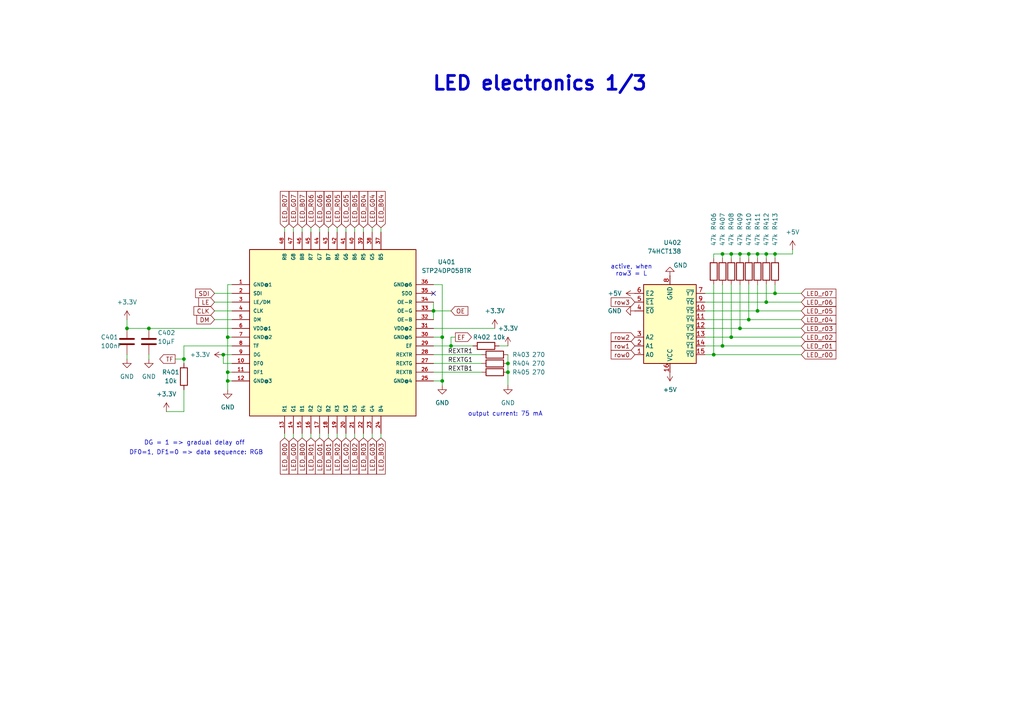
<source format=kicad_sch>
(kicad_sch (version 20231120) (generator "eeschema") (generator_version "8.0")
  (paper "A4")
  (title_block (title "RS64c") (date "2025-01-12") (rev "Rev 1") (company "Ludwin Monz") (comment 1 "you may not use the material for commercial purposes.") (comment 2 "you may use non-commercially, adapt, share alike ") (comment 3 "https://creativecommons.org/licenses/by-nc-sa/4.0/") (comment 4 "License: Creative Commons Attribution-Non-Commercial (CC BY-NC-SA)"))
  (lib_symbols
    (symbol "+5V_2" (power) (pin_numbers hide) (pin_names (offset 0) hide)
      (property "Value" "+5V" (at 0 3.556 0))
      (symbol "+5V_2_0_1"
        (polyline (pts (xy -0.762 1.27) (xy 0 2.54)))
        (polyline (pts (xy 0 0) (xy 0 2.54)))
        (polyline (pts (xy 0 2.54) (xy 0.762 1.27)))
      )
      (symbol "+5V_2_1_1"
        (pin power_in line (at 0 0 90) (length 0) (name "~") (number "1"))
      )
    )
    (symbol "74xx:74HCT138"
      (property "Reference" "U" (at -7.62 13.97 0))
      (property "Value" "74HCT138" (at 2.54 -11.43 0))
      (symbol "74HCT138_0_1"
        (rectangle (start -7.62 12.7) (end 7.62 -10.16) (stroke (width 0.254)) (fill (type background)))
      )
      (symbol "74HCT138_1_1"
        (pin input line (at -10.16 10.16 0) (length 2.54) (name "A0") (number "1"))
        (pin output line (at 10.16 -2.54 180) (length 2.54) (name "~{Y5}") (number "10"))
        (pin output line (at 10.16 0 180) (length 2.54) (name "~{Y4}") (number "11"))
        (pin output line (at 10.16 2.54 180) (length 2.54) (name "~{Y3}") (number "12"))
        (pin output line (at 10.16 5.08 180) (length 2.54) (name "~{Y2}") (number "13"))
        (pin output line (at 10.16 7.62 180) (length 2.54) (name "~{Y1}") (number "14"))
        (pin output line (at 10.16 10.16 180) (length 2.54) (name "~{Y0}") (number "15"))
        (pin power_in line (at 0 15.24 270) (length 2.54) (name "VCC") (number "16"))
        (pin input line (at -10.16 7.62 0) (length 2.54) (name "A1") (number "2"))
        (pin input line (at -10.16 5.08 0) (length 2.54) (name "A2") (number "3"))
        (pin input line (at -10.16 -2.54 0) (length 2.54) (name "~{E0}") (number "4"))
        (pin input line (at -10.16 -5.08 0) (length 2.54) (name "~{E1}") (number "5"))
        (pin input line (at -10.16 -7.62 0) (length 2.54) (name "E2") (number "6"))
        (pin output line (at 10.16 -7.62 180) (length 2.54) (name "~{Y7}") (number "7"))
        (pin power_in line (at 0 -12.7 90) (length 2.54) (name "GND") (number "8"))
        (pin output line (at 10.16 -5.08 180) (length 2.54) (name "~{Y6}") (number "9"))
      )
    )
    (symbol "Device:C" (pin_numbers hide) (pin_names (offset 0.254))
      (property "Reference" "C" (at 0.635 2.54 0))
      (property "Value" "C" (at 0.635 -2.54 0))
      (symbol "C_0_1"
        (polyline (pts (xy -2.032 -0.762) (xy 2.032 -0.762)) (stroke (width 0.508)))
        (polyline (pts (xy -2.032 0.762) (xy 2.032 0.762)) (stroke (width 0.508)))
      )
      (symbol "C_1_1"
        (pin passive line (at 0 3.81 270) (length 2.794) (name "~") (number "1"))
        (pin passive line (at 0 -3.81 90) (length 2.794) (name "~") (number "2"))
      )
    )
    (symbol "Device:R" (pin_numbers hide) (pin_names (offset 0))
      (property "Reference" "R" (at 2.032 0 90))
      (property "Value" "R" (at 0 0 90))
      (symbol "R_0_1"
        (rectangle (start -1.016 -2.54) (end 1.016 2.54) (stroke (width 0.254)))
      )
      (symbol "R_1_1"
        (pin passive line (at 0 3.81 270) (length 1.27) (name "~") (number "1"))
        (pin passive line (at 0 -3.81 90) (length 1.27) (name "~") (number "2"))
      )
    )
    (symbol "GND_3" (power) (pin_numbers hide) (pin_names (offset 0) hide)
      (property "Value" "GND" (at 0 -3.81 0))
      (symbol "GND_3_0_1"
        (polyline (pts (xy 0 0) (xy 0 -1.27) (xy 1.27 -1.27) (xy 0 -2.54) (xy -1.27 -1.27) (xy 0 -1.27)))
      )
      (symbol "GND_3_1_1"
        (pin power_in line (at 0 0 270) (length 0) (name "~") (number "1"))
      )
    )
    (symbol "STP24DP05BTR:STP24DP05BTR" (pin_names (offset 1.016))
      (property "Reference" "IC" (at -5.08 15.24 0))
      (property "Value" "STP24DP05BTR" (at -5.08 12.7 0))
      (symbol "STP24DP05BTR_0_0"
        (rectangle (start 5.08 -38.1) (end 53.34 10.16) (stroke (width 0.254)) (fill (type background)))
        (pin bidirectional line (at 0 0 0) (length 5.08) (name "GND@1") (number "1"))
        (pin bidirectional line (at 0 -22.86 0) (length 5.08) (name "DF0") (number "10"))
        (pin bidirectional line (at 0 -25.4 0) (length 5.08) (name "DF1") (number "11"))
        (pin bidirectional line (at 0 -27.94 0) (length 5.08) (name "GND@3") (number "12"))
        (pin bidirectional line (at 15.24 -43.18 90) (length 5.08) (name "R1") (number "13"))
        (pin bidirectional line (at 17.78 -43.18 90) (length 5.08) (name "G1") (number "14"))
        (pin bidirectional line (at 20.32 -43.18 90) (length 5.08) (name "B1") (number "15"))
        (pin bidirectional line (at 22.86 -43.18 90) (length 5.08) (name "R2") (number "16"))
        (pin bidirectional line (at 25.4 -43.18 90) (length 5.08) (name "G2") (number "17"))
        (pin bidirectional line (at 27.94 -43.18 90) (length 5.08) (name "B2") (number "18"))
        (pin bidirectional line (at 30.48 -43.18 90) (length 5.08) (name "R3") (number "19"))
        (pin bidirectional line (at 0 -2.54 0) (length 5.08) (name "SDI") (number "2"))
        (pin bidirectional line (at 33.02 -43.18 90) (length 5.08) (name "G3") (number "20"))
        (pin bidirectional line (at 35.56 -43.18 90) (length 5.08) (name "B3") (number "21"))
        (pin bidirectional line (at 38.1 -43.18 90) (length 5.08) (name "R4") (number "22"))
        (pin bidirectional line (at 40.64 -43.18 90) (length 5.08) (name "G4") (number "23"))
        (pin bidirectional line (at 43.18 -43.18 90) (length 5.08) (name "B4") (number "24"))
        (pin bidirectional line (at 58.42 -27.94 180) (length 5.08) (name "GND@4") (number "25"))
        (pin bidirectional line (at 58.42 -25.4 180) (length 5.08) (name "REXTB") (number "26"))
        (pin bidirectional line (at 58.42 -22.86 180) (length 5.08) (name "REXTG") (number "27"))
        (pin bidirectional line (at 58.42 -20.32 180) (length 5.08) (name "REXTR") (number "28"))
        (pin bidirectional line (at 58.42 -17.78 180) (length 5.08) (name "EF") (number "29"))
        (pin bidirectional line (at 0 -5.08 0) (length 5.08) (name "LE/DM") (number "3"))
        (pin bidirectional line (at 58.42 -15.24 180) (length 5.08) (name "GND@5") (number "30"))
        (pin bidirectional line (at 58.42 -12.7 180) (length 5.08) (name "VDD@2") (number "31"))
        (pin bidirectional line (at 58.42 -10.16 180) (length 5.08) (name "OE-B") (number "32"))
        (pin bidirectional line (at 58.42 -7.62 180) (length 5.08) (name "OE-G") (number "33"))
        (pin bidirectional line (at 58.42 -5.08 180) (length 5.08) (name "OE-R") (number "34"))
        (pin bidirectional line (at 58.42 -2.54 180) (length 5.08) (name "SDO") (number "35"))
        (pin bidirectional line (at 58.42 0 180) (length 5.08) (name "GND@6") (number "36"))
        (pin bidirectional line (at 43.18 15.24 270) (length 5.08) (name "B5") (number "37"))
        (pin bidirectional line (at 40.64 15.24 270) (length 5.08) (name "G5") (number "38"))
        (pin bidirectional line (at 38.1 15.24 270) (length 5.08) (name "R5") (number "39"))
        (pin bidirectional line (at 0 -7.62 0) (length 5.08) (name "CLK") (number "4"))
        (pin bidirectional line (at 35.56 15.24 270) (length 5.08) (name "B6") (number "40"))
        (pin bidirectional line (at 33.02 15.24 270) (length 5.08) (name "G6") (number "41"))
        (pin bidirectional line (at 30.48 15.24 270) (length 5.08) (name "R6") (number "42"))
        (pin bidirectional line (at 27.94 15.24 270) (length 5.08) (name "B7") (number "43"))
        (pin bidirectional line (at 25.4 15.24 270) (length 5.08) (name "G7") (number "44"))
        (pin bidirectional line (at 22.86 15.24 270) (length 5.08) (name "R7") (number "45"))
        (pin bidirectional line (at 20.32 15.24 270) (length 5.08) (name "B8") (number "46"))
        (pin bidirectional line (at 17.78 15.24 270) (length 5.08) (name "G8") (number "47"))
        (pin bidirectional line (at 15.24 15.24 270) (length 5.08) (name "R8") (number "48"))
        (pin bidirectional line (at 0 -10.16 0) (length 5.08) (name "DM") (number "5"))
        (pin bidirectional line (at 0 -12.7 0) (length 5.08) (name "VDD@1") (number "6"))
        (pin bidirectional line (at 0 -15.24 0) (length 5.08) (name "GND@2") (number "7"))
        (pin bidirectional line (at 0 -17.78 0) (length 5.08) (name "TF") (number "8"))
        (pin bidirectional line (at 0 -20.32 0) (length 5.08) (name "DG") (number "9"))
      )
    )
    (symbol "power:+3.3V" (power) (pin_names (offset 0))
      (property "Value" "+3.3V" (at 0 3.556 0))
      (symbol "+3.3V_0_1"
        (polyline (pts (xy -0.762 1.27) (xy 0 2.54)))
        (polyline (pts (xy 0 0) (xy 0 2.54)))
        (polyline (pts (xy 0 2.54) (xy 0.762 1.27)))
      )
      (symbol "+3.3V_1_1"
        (pin power_in line (at 0 0 90) (length 0) hide (name "+3.3V") (number "1"))
      )
    )
    (symbol "power:+5V" (power) (pin_numbers hide) (pin_names (offset 0) hide)
      (property "Value" "+5V" (at 0 3.556 0))
      (symbol "+5V_0_1"
        (polyline (pts (xy -0.762 1.27) (xy 0 2.54)))
        (polyline (pts (xy 0 0) (xy 0 2.54)))
        (polyline (pts (xy 0 2.54) (xy 0.762 1.27)))
      )
      (symbol "+5V_1_1"
        (pin power_in line (at 0 0 90) (length 0) (name "~") (number "1"))
      )
    )
    (symbol "power:GND" (power) (pin_names (offset 0))
      (property "Value" "GND" (at 0 -3.81 0))
      (symbol "GND_0_1"
        (polyline (pts (xy 0 0) (xy 0 -1.27) (xy 1.27 -1.27) (xy 0 -2.54) (xy -1.27 -1.27) (xy 0 -1.27)))
      )
      (symbol "GND_1_1"
        (pin power_in line (at 0 0 270) (length 0) hide (name "GND") (number "1"))
      )
    )
  )
  (junction (at 147.32 105.41))
  (junction (at 207.01 102.87))
  (junction (at 217.17 92.71))
  (junction (at 212.09 97.79))
  (junction (at 209.55 100.33))
  (junction (at 212.09 73.66))
  (junction (at 219.71 90.17))
  (junction (at 214.63 95.25))
  (junction (at 224.79 85.09))
  (junction (at 53.34 104.14))
  (junction (at 66.04 97.79))
  (junction (at 128.27 110.49))
  (junction (at 128.27 97.79))
  (junction (at 36.83 95.25))
  (junction (at 130.81 100.33))
  (junction (at 214.63 73.66))
  (junction (at 66.04 110.49))
  (junction (at 209.55 73.66))
  (junction (at 217.17 73.66))
  (junction (at 224.79 73.66))
  (junction (at 66.04 107.95))
  (junction (at 43.18 95.25))
  (junction (at 125.73 90.17))
  (junction (at 147.32 107.95))
  (junction (at 219.71 73.66))
  (junction (at 222.25 73.66))
  (junction (at 64.77 102.87))
  (junction (at 222.25 87.63))
  (no_connect (at 125.73 85.09))
  (wire (pts (xy 90.17 66.04) (xy 90.17 67.31)))
  (wire (pts (xy 125.73 90.17) (xy 130.81 90.17)))
  (wire (pts (xy 209.55 73.66) (xy 212.09 73.66)))
  (wire (pts (xy 222.25 87.63) (xy 232.41 87.63)))
  (wire (pts (xy 62.23 87.63) (xy 67.31 87.63)))
  (wire (pts (xy 204.47 92.71) (xy 217.17 92.71)))
  (wire (pts (xy 130.81 97.79) (xy 130.81 100.33)))
  (wire (pts (xy 43.18 95.25) (xy 67.31 95.25)))
  (wire (pts (xy 222.25 73.66) (xy 224.79 73.66)))
  (wire (pts (xy 110.49 125.73) (xy 110.49 127)))
  (wire (pts (xy 82.55 125.73) (xy 82.55 127)))
  (wire (pts (xy 87.63 125.73) (xy 87.63 127)))
  (wire (pts (xy 125.73 90.17) (xy 125.73 92.71)))
  (wire (pts (xy 204.47 87.63) (xy 222.25 87.63)))
  (wire (pts (xy 62.23 92.71) (xy 67.31 92.71)))
  (wire (pts (xy 128.27 97.79) (xy 128.27 110.49)))
  (wire (pts (xy 82.55 66.04) (xy 82.55 67.31)))
  (wire (pts (xy 214.63 95.25) (xy 232.41 95.25)))
  (wire (pts (xy 130.81 100.33) (xy 137.16 100.33)))
  (wire (pts (xy 212.09 97.79) (xy 232.41 97.79)))
  (wire (pts (xy 212.09 73.66) (xy 212.09 74.93)))
  (wire (pts (xy 105.41 125.73) (xy 105.41 127)))
  (wire (pts (xy 66.04 82.55) (xy 66.04 97.79)))
  (wire (pts (xy 214.63 73.66) (xy 214.63 74.93)))
  (wire (pts (xy 209.55 73.66) (xy 209.55 74.93)))
  (wire (pts (xy 209.55 82.55) (xy 209.55 100.33)))
  (wire (pts (xy 217.17 73.66) (xy 219.71 73.66)))
  (wire (pts (xy 128.27 110.49) (xy 125.73 110.49)))
  (wire (pts (xy 147.32 107.95) (xy 147.32 111.76)))
  (wire (pts (xy 132.08 97.79) (xy 130.81 97.79)))
  (wire (pts (xy 85.09 125.73) (xy 85.09 127)))
  (wire (pts (xy 53.34 104.14) (xy 53.34 105.41)))
  (wire (pts (xy 214.63 82.55) (xy 214.63 95.25)))
  (wire (pts (xy 92.71 66.04) (xy 92.71 67.31)))
  (wire (pts (xy 36.83 95.25) (xy 43.18 95.25)))
  (wire (pts (xy 125.73 100.33) (xy 130.81 100.33)))
  (wire (pts (xy 219.71 73.66) (xy 219.71 74.93)))
  (wire (pts (xy 229.87 73.66) (xy 229.87 72.39)))
  (wire (pts (xy 97.79 125.73) (xy 97.79 127)))
  (wire (pts (xy 224.79 85.09) (xy 232.41 85.09)))
  (wire (pts (xy 217.17 73.66) (xy 217.17 74.93)))
  (wire (pts (xy 50.8 104.14) (xy 53.34 104.14)))
  (wire (pts (xy 110.49 66.04) (xy 110.49 67.31)))
  (wire (pts (xy 214.63 73.66) (xy 217.17 73.66)))
  (wire (pts (xy 67.31 100.33) (xy 53.34 100.33)))
  (wire (pts (xy 95.25 125.73) (xy 95.25 127)))
  (wire (pts (xy 64.77 105.41) (xy 64.77 102.87)))
  (wire (pts (xy 204.47 90.17) (xy 219.71 90.17)))
  (wire (pts (xy 147.32 105.41) (xy 147.32 107.95)))
  (wire (pts (xy 67.31 82.55) (xy 66.04 82.55)))
  (wire (pts (xy 128.27 82.55) (xy 128.27 97.79)))
  (wire (pts (xy 66.04 97.79) (xy 67.31 97.79)))
  (wire (pts (xy 100.33 66.04) (xy 100.33 67.31)))
  (wire (pts (xy 128.27 110.49) (xy 128.27 111.76)))
  (wire (pts (xy 107.95 66.04) (xy 107.95 67.31)))
  (wire (pts (xy 66.04 110.49) (xy 66.04 113.03)))
  (wire (pts (xy 204.47 100.33) (xy 209.55 100.33)))
  (wire (pts (xy 219.71 82.55) (xy 219.71 90.17)))
  (wire (pts (xy 209.55 100.33) (xy 232.41 100.33)))
  (wire (pts (xy 97.79 66.04) (xy 97.79 67.31)))
  (wire (pts (xy 212.09 73.66) (xy 214.63 73.66)))
  (wire (pts (xy 125.73 87.63) (xy 125.73 90.17)))
  (wire (pts (xy 100.33 125.73) (xy 100.33 127)))
  (wire (pts (xy 36.83 92.71) (xy 36.83 95.25)))
  (wire (pts (xy 64.77 102.87) (xy 67.31 102.87)))
  (wire (pts (xy 125.73 95.25) (xy 143.51 95.25)))
  (wire (pts (xy 125.73 107.95) (xy 139.7 107.95)))
  (wire (pts (xy 107.95 125.73) (xy 107.95 127)))
  (wire (pts (xy 53.34 100.33) (xy 53.34 104.14)))
  (wire (pts (xy 66.04 110.49) (xy 67.31 110.49)))
  (wire (pts (xy 224.79 73.66) (xy 224.79 74.93)))
  (wire (pts (xy 219.71 73.66) (xy 222.25 73.66)))
  (wire (pts (xy 204.47 97.79) (xy 212.09 97.79)))
  (wire (pts (xy 222.25 82.55) (xy 222.25 87.63)))
  (wire (pts (xy 207.01 82.55) (xy 207.01 102.87)))
  (wire (pts (xy 207.01 73.66) (xy 209.55 73.66)))
  (wire (pts (xy 219.71 90.17) (xy 232.41 90.17)))
  (wire (pts (xy 48.26 119.38) (xy 53.34 119.38)))
  (wire (pts (xy 36.83 102.87) (xy 36.83 104.14)))
  (wire (pts (xy 67.31 105.41) (xy 64.77 105.41)))
  (wire (pts (xy 147.32 102.87) (xy 147.32 105.41)))
  (wire (pts (xy 204.47 85.09) (xy 224.79 85.09)))
  (wire (pts (xy 102.87 66.04) (xy 102.87 67.31)))
  (wire (pts (xy 102.87 125.73) (xy 102.87 127)))
  (wire (pts (xy 125.73 105.41) (xy 139.7 105.41)))
  (wire (pts (xy 62.23 90.17) (xy 67.31 90.17)))
  (wire (pts (xy 207.01 102.87) (xy 232.41 102.87)))
  (wire (pts (xy 125.73 102.87) (xy 139.7 102.87)))
  (wire (pts (xy 224.79 73.66) (xy 229.87 73.66)))
  (wire (pts (xy 144.78 100.33) (xy 147.32 100.33)))
  (wire (pts (xy 125.73 82.55) (xy 128.27 82.55)))
  (wire (pts (xy 212.09 82.55) (xy 212.09 97.79)))
  (wire (pts (xy 66.04 107.95) (xy 67.31 107.95)))
  (wire (pts (xy 87.63 66.04) (xy 87.63 67.31)))
  (wire (pts (xy 224.79 82.55) (xy 224.79 85.09)))
  (wire (pts (xy 95.25 66.04) (xy 95.25 67.31)))
  (wire (pts (xy 217.17 82.55) (xy 217.17 92.71)))
  (wire (pts (xy 204.47 95.25) (xy 214.63 95.25)))
  (wire (pts (xy 207.01 74.93) (xy 207.01 73.66)))
  (wire (pts (xy 85.09 66.04) (xy 85.09 67.31)))
  (wire (pts (xy 53.34 119.38) (xy 53.34 113.03)))
  (wire (pts (xy 66.04 107.95) (xy 66.04 110.49)))
  (wire (pts (xy 128.27 97.79) (xy 125.73 97.79)))
  (wire (pts (xy 92.71 125.73) (xy 92.71 127)))
  (wire (pts (xy 222.25 73.66) (xy 222.25 74.93)))
  (wire (pts (xy 66.04 97.79) (xy 66.04 107.95)))
  (wire (pts (xy 105.41 66.04) (xy 105.41 67.31)))
  (wire (pts (xy 90.17 125.73) (xy 90.17 127)))
  (wire (pts (xy 43.18 102.87) (xy 43.18 104.14)))
  (wire (pts (xy 204.47 102.87) (xy 207.01 102.87)))
  (wire (pts (xy 62.23 85.09) (xy 67.31 85.09)))
  (wire (pts (xy 217.17 92.71) (xy 232.41 92.71)))
  (text "DG = 1 => gradual delay off" (at 56.388 128.524 0) (effects (font (size 1.27 1.27))))
  (text "DF0=1, DF1=0 => data sequence: RGB" (at 56.896 131.318 0) (effects (font (size 1.27 1.27))))
  (text "output current: 75 mA" (at 146.558 120.142 0) (effects (font (size 1.27 1.27))))
  (text "LED electronics 1/3" (at 187.96 26.67 0) (effects (font (size 4 4) (thickness 0.8) (bold yes)) (justify right bottom)))
  (text "active, when\nrow3 = L" (at 183.134 78.486 0) (effects (font (size 1.27 1.27))))
  (label "REXTB1" (at 137.16 107.95 180))
  (label "REXTR1" (at 137.16 102.87 180))
  (label "REXTG1" (at 137.16 105.41 180))
  (global_label "LED_r05" (shape input) (at 232.41 90.17 0) (property "Intersheetrefs" "${INTERSHEET_REFS}" (effects (hide yes))))
  (global_label "LED_G07" (shape input) (at 85.09 66.04 90) (property "Intersheetrefs" "${INTERSHEET_REFS}" (effects (hide yes))))
  (global_label "LED_r07" (shape input) (at 232.41 85.09 0) (property "Intersheetrefs" "${INTERSHEET_REFS}" (effects (hide yes))))
  (global_label "LED_B00" (shape input) (at 87.63 127 270) (property "Intersheetrefs" "${INTERSHEET_REFS}" (effects (hide yes))))
  (global_label "TF" (shape output) (at 50.8 104.14 180) (property "Intersheetrefs" "${INTERSHEET_REFS}" (effects (hide yes))))
  (global_label "LED_R03" (shape input) (at 105.41 127 270) (property "Intersheetrefs" "${INTERSHEET_REFS}" (effects (hide yes))))
  (global_label "LED_R04" (shape input) (at 105.41 66.04 90) (property "Intersheetrefs" "${INTERSHEET_REFS}" (effects (hide yes))))
  (global_label "row2" (shape input) (at 184.15 97.79 180) (property "Intersheetrefs" "${INTERSHEET_REFS}" (effects (hide yes))))
  (global_label "LED_G03" (shape input) (at 107.95 127 270) (property "Intersheetrefs" "${INTERSHEET_REFS}" (effects (hide yes))))
  (global_label "LED_B04" (shape input) (at 110.49 66.04 90) (property "Intersheetrefs" "${INTERSHEET_REFS}" (effects (hide yes))))
  (global_label "LED_G05" (shape input) (at 100.33 66.04 90) (property "Intersheetrefs" "${INTERSHEET_REFS}" (effects (hide yes))))
  (global_label "LED_B01" (shape input) (at 95.25 127 270) (property "Intersheetrefs" "${INTERSHEET_REFS}" (effects (hide yes))))
  (global_label "row3" (shape input) (at 184.15 87.63 180) (property "Intersheetrefs" "${INTERSHEET_REFS}" (effects (hide yes))))
  (global_label "LED_B02" (shape input) (at 102.87 127 270) (property "Intersheetrefs" "${INTERSHEET_REFS}" (effects (hide yes))))
  (global_label "LED_G06" (shape input) (at 92.71 66.04 90) (property "Intersheetrefs" "${INTERSHEET_REFS}" (effects (hide yes))))
  (global_label "LED_r00" (shape input) (at 232.41 102.87 0) (property "Intersheetrefs" "${INTERSHEET_REFS}" (effects (hide yes))))
  (global_label "LED_G00" (shape input) (at 85.09 127 270) (property "Intersheetrefs" "${INTERSHEET_REFS}" (effects (hide yes))))
  (global_label "LED_R01" (shape input) (at 90.17 127 270) (property "Intersheetrefs" "${INTERSHEET_REFS}" (effects (hide yes))))
  (global_label "LED_R02" (shape input) (at 97.79 127 270) (property "Intersheetrefs" "${INTERSHEET_REFS}" (effects (hide yes))))
  (global_label "LED_B05" (shape input) (at 102.87 66.04 90) (property "Intersheetrefs" "${INTERSHEET_REFS}" (effects (hide yes))))
  (global_label "LED_r06" (shape input) (at 232.41 87.63 0) (property "Intersheetrefs" "${INTERSHEET_REFS}" (effects (hide yes))))
  (global_label "LED_r04" (shape input) (at 232.41 92.71 0) (property "Intersheetrefs" "${INTERSHEET_REFS}" (effects (hide yes))))
  (global_label "LED_r03" (shape input) (at 232.41 95.25 0) (property "Intersheetrefs" "${INTERSHEET_REFS}" (effects (hide yes))))
  (global_label "SDI" (shape input) (at 62.23 85.09 180) (property "Intersheetrefs" "${INTERSHEET_REFS}" (effects (hide yes))))
  (global_label "LE" (shape input) (at 62.23 87.63 180) (property "Intersheetrefs" "${INTERSHEET_REFS}" (effects (hide yes))))
  (global_label "LED_R07" (shape input) (at 82.55 66.04 90) (property "Intersheetrefs" "${INTERSHEET_REFS}" (effects (hide yes))))
  (global_label "LED_B07" (shape input) (at 87.63 66.04 90) (property "Intersheetrefs" "${INTERSHEET_REFS}" (effects (hide yes))))
  (global_label "LED_r01" (shape input) (at 232.41 100.33 0) (property "Intersheetrefs" "${INTERSHEET_REFS}" (effects (hide yes))))
  (global_label "LED_G04" (shape input) (at 107.95 66.04 90) (property "Intersheetrefs" "${INTERSHEET_REFS}" (effects (hide yes))))
  (global_label "LED_r02" (shape input) (at 232.41 97.79 0) (property "Intersheetrefs" "${INTERSHEET_REFS}" (effects (hide yes))))
  (global_label "LED_G02" (shape input) (at 100.33 127 270) (property "Intersheetrefs" "${INTERSHEET_REFS}" (effects (hide yes))))
  (global_label "LED_R00" (shape input) (at 82.55 127 270) (property "Intersheetrefs" "${INTERSHEET_REFS}" (effects (hide yes))))
  (global_label "row1" (shape input) (at 184.15 100.33 180) (property "Intersheetrefs" "${INTERSHEET_REFS}" (effects (hide yes))))
  (global_label "CLK" (shape input) (at 62.23 90.17 180) (property "Intersheetrefs" "${INTERSHEET_REFS}" (effects (hide yes))))
  (global_label "row0" (shape input) (at 184.15 102.87 180) (property "Intersheetrefs" "${INTERSHEET_REFS}" (effects (hide yes))))
  (global_label "LED_G01" (shape input) (at 92.71 127 270) (property "Intersheetrefs" "${INTERSHEET_REFS}" (effects (hide yes))))
  (global_label "DM" (shape input) (at 62.23 92.71 180) (property "Intersheetrefs" "${INTERSHEET_REFS}" (effects (hide yes))))
  (global_label "LED_B03" (shape input) (at 110.49 127 270) (property "Intersheetrefs" "${INTERSHEET_REFS}" (effects (hide yes))))
  (global_label "EF" (shape output) (at 132.08 97.79 0) (property "Intersheetrefs" "${INTERSHEET_REFS}" (effects (hide yes))))
  (global_label "OE" (shape input) (at 130.81 90.17 0) (property "Intersheetrefs" "${INTERSHEET_REFS}" (effects (hide yes))))
  (global_label "LED_R05" (shape input) (at 97.79 66.04 90) (property "Intersheetrefs" "${INTERSHEET_REFS}" (effects (hide yes))))
  (global_label "LED_B06" (shape input) (at 95.25 66.04 90) (property "Intersheetrefs" "${INTERSHEET_REFS}" (effects (hide yes))))
  (global_label "LED_R06" (shape input) (at 90.17 66.04 90) (property "Intersheetrefs" "${INTERSHEET_REFS}" (effects (hide yes))))
  (symbol (lib_id "Device:R") (at 217.17 78.74 0) (unit 1)
    (property "Reference" "R410" (at 217.17 66.802 90) (effects (justify left)))
    (property "Value" "47k" (at 217.17 71.374 90) (effects (justify left)))
    (property "Footprint" "Resistor_SMD:R_0402_1005Metric" (effects (hide yes)))
    (property "Description" "Resistor" (effects (hide yes)))
    (property "LCSC" "C25792" (effects (hide yes)))
  )
  (symbol (lib_id "Device:R") (at 143.51 102.87 90) (unit 1)
    (property "Reference" "R403" (at 151.13 102.87 90))
    (property "Value" "270" (at 156.21 102.87 90))
    (property "Footprint" "Resistor_SMD:R_0402_1005Metric" (effects (hide yes)))
    (property "LCSC" "C25099" (effects (hide yes)))
  )
  (symbol (lib_id "Device:R") (at 207.01 78.74 0) (unit 1)
    (property "Reference" "R406" (at 207.01 66.802 90) (effects (justify left)))
    (property "Value" "47k" (at 207.01 71.374 90) (effects (justify left)))
    (property "Footprint" "Resistor_SMD:R_0402_1005Metric" (effects (hide yes)))
    (property "Description" "Resistor" (effects (hide yes)))
    (property "LCSC" "C25792" (effects (hide yes)))
  )
  (symbol (lib_id "Device:R") (at 212.09 78.74 0) (unit 1)
    (property "Reference" "R408" (at 212.09 66.802 90) (effects (justify left)))
    (property "Value" "47k" (at 212.09 71.374 90) (effects (justify left)))
    (property "Footprint" "Resistor_SMD:R_0402_1005Metric" (effects (hide yes)))
    (property "Description" "Resistor" (effects (hide yes)))
    (property "LCSC" "C25792" (effects (hide yes)))
  )
  (symbol (lib_id "power:GND") (at 128.27 111.76 0) (unit 1)
    (property "Reference" "#PWR0407" (effects (hide yes)))
    (property "Value" "GND" (at 128.27 116.84 0))
  )
  (symbol (lib_id "power:+3.3V") (at 143.51 95.25 0) (unit 1)
    (property "Reference" "#PWR0408" (effects (hide yes)))
    (property "Value" "+3.3V" (at 143.51 90.17 0))
  )
  (symbol (lib_id "power:+5V") (at 229.87 72.39 0) (unit 1)
    (property "Reference" "#PWR0415" (effects (hide yes)))
    (property "Value" "+5V" (at 229.87 67.31 0))
    (property "Description" "Power symbol creates a global label with name \"+5V\"" (effects (hide yes)))
  )
  (symbol (lib_name "+5V_2") (lib_id "power:+5V") (at 194.31 107.95 0) (mirror x) (unit 1)
    (property "Reference" "#PWR0412" (effects (hide yes)))
    (property "Value" "+5V" (at 194.31 113.03 0))
    (property "Description" "Power symbol creates a global label with name \"+5V\"" (effects (hide yes)))
  )
  (symbol (lib_id "power:GND") (at 36.83 104.14 0) (unit 1)
    (property "Reference" "#PWR0402" (effects (hide yes)))
    (property "Value" "GND" (at 36.83 109.22 0))
  )
  (symbol (lib_id "Device:R") (at 209.55 78.74 0) (unit 1)
    (property "Reference" "R407" (at 209.55 66.802 90) (effects (justify left)))
    (property "Value" "47k" (at 209.55 71.374 90) (effects (justify left)))
    (property "Footprint" "Resistor_SMD:R_0402_1005Metric" (effects (hide yes)))
    (property "Description" "Resistor" (effects (hide yes)))
    (property "LCSC" "C25792" (effects (hide yes)))
  )
  (symbol (lib_name "GND_3") (lib_id "power:GND") (at 194.31 80.01 0) (mirror x) (unit 1)
    (property "Reference" "#PWR0411" (effects (hide yes)))
    (property "Value" "GND" (at 197.358 76.962 0))
    (property "Description" "Power symbol creates a global label with name \"GND\" , ground" (effects (hide yes)))
  )
  (symbol (lib_id "Device:R") (at 143.51 107.95 90) (unit 1)
    (property "Reference" "R405" (at 151.13 107.95 90))
    (property "Value" "270" (at 156.21 107.95 90))
    (property "Footprint" "Resistor_SMD:R_0402_1005Metric" (effects (hide yes)))
    (property "LCSC" "C25099" (effects (hide yes)))
  )
  (symbol (lib_id "power:GND") (at 66.04 113.03 0) (unit 1)
    (property "Reference" "#PWR0406" (effects (hide yes)))
    (property "Value" "GND" (at 66.04 118.11 0))
  )
  (symbol (lib_id "power:GND") (at 43.18 104.14 0) (unit 1)
    (property "Reference" "#PWR0403" (effects (hide yes)))
    (property "Value" "GND" (at 43.18 109.22 0))
  )
  (symbol (lib_name "+5V_2") (lib_id "power:+5V") (at 184.15 85.09 90) (mirror x) (unit 1)
    (property "Reference" "#PWR0413" (effects (hide yes)))
    (property "Value" "+5V" (at 180.34 85.0899 90) (effects (justify left)))
    (property "Description" "Power symbol creates a global label with name \"+5V\"" (effects (hide yes)))
  )
  (symbol (lib_id "power:+3.3V") (at 48.26 119.38 0) (unit 1)
    (property "Reference" "#PWR0404" (effects (hide yes)))
    (property "Value" "+3.3V" (at 48.26 114.3 0))
  )
  (symbol (lib_id "Device:R") (at 219.71 78.74 0) (unit 1)
    (property "Reference" "R411" (at 219.71 66.802 90) (effects (justify left)))
    (property "Value" "47k" (at 219.71 71.374 90) (effects (justify left)))
    (property "Footprint" "Resistor_SMD:R_0402_1005Metric" (effects (hide yes)))
    (property "Description" "Resistor" (effects (hide yes)))
    (property "LCSC" "C25792" (effects (hide yes)))
  )
  (symbol (lib_id "power:+3.3V") (at 64.77 102.87 90) (unit 1)
    (property "Reference" "#PWR0405" (effects (hide yes)))
    (property "Value" "+3.3V" (at 60.96 102.87 90) (effects (justify left)))
  )
  (symbol (lib_id "Device:C") (at 43.18 99.06 0) (unit 1)
    (property "Reference" "C402" (at 45.72 96.52 0) (effects (justify left)))
    (property "Value" "10µF" (at 45.72 99.06 0) (effects (justify left)))
    (property "Footprint" "Capacitor_SMD:C_0603_1608Metric" (effects (hide yes)))
    (property "LCSC" "C96446" (effects (hide yes)))
  )
  (symbol (lib_id "power:+3.3V") (at 147.32 100.33 0) (unit 1)
    (property "Reference" "#PWR0409" (effects (hide yes)))
    (property "Value" "+3.3V" (at 147.32 95.25 0))
  )
  (symbol (lib_id "Device:R") (at 143.51 105.41 90) (unit 1)
    (property "Reference" "R404" (at 151.13 105.41 90))
    (property "Value" "270" (at 156.21 105.41 90))
    (property "Footprint" "Resistor_SMD:R_0402_1005Metric" (effects (hide yes)))
    (property "LCSC" "C25099" (effects (hide yes)))
  )
  (symbol (lib_id "Device:R") (at 214.63 78.74 0) (unit 1)
    (property "Reference" "R409" (at 214.63 66.802 90) (effects (justify left)))
    (property "Value" "47k" (at 214.63 71.374 90) (effects (justify left)))
    (property "Footprint" "Resistor_SMD:R_0402_1005Metric" (effects (hide yes)))
    (property "Description" "Resistor" (effects (hide yes)))
    (property "LCSC" "C25792" (effects (hide yes)))
  )
  (symbol (lib_id "Device:R") (at 222.25 78.74 0) (unit 1)
    (property "Reference" "R412" (at 222.25 66.802 90) (effects (justify left)))
    (property "Value" "47k" (at 222.25 71.374 90) (effects (justify left)))
    (property "Footprint" "Resistor_SMD:R_0402_1005Metric" (effects (hide yes)))
    (property "Description" "Resistor" (effects (hide yes)))
    (property "LCSC" "C25792" (effects (hide yes)))
  )
  (symbol (lib_id "Device:R") (at 140.97 100.33 90) (unit 1)
    (property "Reference" "R402" (at 139.7 97.79 90))
    (property "Value" "10k" (at 144.78 97.79 90))
    (property "Footprint" "Resistor_SMD:R_0402_1005Metric" (effects (hide yes)))
    (property "LCSC" "C25744" (effects (hide yes)))
  )
  (symbol (lib_id "power:GND") (at 147.32 111.76 0) (unit 1)
    (property "Reference" "#PWR0410" (effects (hide yes)))
    (property "Value" "GND" (at 147.32 116.84 0))
  )
  (symbol (lib_id "Device:R") (at 224.79 78.74 0) (unit 1)
    (property "Reference" "R413" (at 224.79 66.802 90) (effects (justify left)))
    (property "Value" "47k" (at 224.79 71.374 90) (effects (justify left)))
    (property "Footprint" "Resistor_SMD:R_0402_1005Metric" (effects (hide yes)))
    (property "Description" "Resistor" (effects (hide yes)))
    (property "LCSC" "C25792" (effects (hide yes)))
  )
  (symbol (lib_id "Device:C") (at 36.83 99.06 0) (unit 1)
    (property "Reference" "C401" (at 29.21 97.79 0) (effects (justify left)))
    (property "Value" "100nF" (at 29.21 100.33 0) (effects (justify left)))
    (property "Footprint" "Capacitor_SMD:C_0402_1005Metric" (effects (hide yes)))
    (property "LCSC" "C307331" (effects (hide yes)))
  )
  (symbol (lib_id "Device:R") (at 53.34 109.22 180) (unit 1)
    (property "Reference" "R401" (at 49.53 107.95 0))
    (property "Value" "10k" (at 49.53 110.49 0))
    (property "Footprint" "Resistor_SMD:R_0402_1005Metric" (effects (hide yes)))
    (property "LCSC" "C25744" (effects (hide yes)))
  )
  (symbol (lib_id "STP24DP05BTR:STP24DP05BTR") (at 67.31 82.55 0) (unit 1)
    (property "Reference" "U401" (at 129.54 75.9713 0))
    (property "Value" "STP24DP05BTR" (at 129.54 78.5113 0))
    (property "Footprint" "my_footprints:TQFP48-EP_STM" (effects (hide yes)))
    (property "Description" "\nLED Driver IC 24 Output Linear Shift Register Dimming 80mA 48-TQFP-EP (7x7)\n" (effects (hide yes)))
    (property "MF" "STMicroelectronics" (effects (hide yes)))
    (property "Package" "TQFP-48 STMicroelectronics" (effects (hide yes)))
    (property "Price" "None" (effects (hide yes)))
    (property "CAT" "2460713" (effects (hide yes)))
    (property "SnapEDA_Link" "https://www.snapeda.com/parts/STP24DP05BTR/STMicroelectronics/view-part/?ref=snap" (effects (hide yes)))
    (property "MP" "STP24DP05BTR" (effects (hide yes)))
    (property "Purchase-URL" "https://www.snapeda.com/api/url_track_click_mouser/?unipart_id=431154&manufacturer=STMicroelectronics&part_name=STP24DP05BTR&search_term=stp24dp05" (effects (hide yes)))
    (property "SUPPLIER" "farnell" (effects (hide yes)))
    (property "Availability" "In Stock" (effects (hide yes)))
    (property "Check_prices" "https://www.snapeda.com/parts/STP24DP05BTR/STMicroelectronics/view-part/?ref=eda" (effects (hide yes)))
    (property "LCSC" "C157417" (effects (hide yes)))
  )
  (symbol (lib_id "74xx:74HCT138") (at 194.31 92.71 0) (mirror x) (unit 1)
    (property "Reference" "U402" (at 197.612 70.358 0) (effects (justify right)))
    (property "Value" "74HCT138" (at 197.612 72.898 0) (effects (justify right)))
    (property "Footprint" "Package_SO:SO-16_3.9x9.9mm_P1.27mm" (effects (hide yes)))
    (property "Datasheet" "http://www.ti.com/lit/ds/symlink/cd74hc238.pdf" (effects (hide yes)))
    (property "Description" "3-to-8 line decoder/multiplexer inverting, DIP-16/SOIC-16/SSOP-16" (effects (hide yes)))
    (property "LCSC" "C352958" (effects (hide yes)))
  )
  (symbol (lib_id "power:+3.3V") (at 36.83 92.71 0) (unit 1)
    (property "Reference" "#PWR0401" (effects (hide yes)))
    (property "Value" "+3.3V" (at 36.83 87.63 0))
  )
  (symbol (lib_name "GND_3") (lib_id "power:GND") (at 184.15 90.17 270) (mirror x) (unit 1)
    (property "Reference" "#PWR0414" (effects (hide yes)))
    (property "Value" "GND" (at 180.34 90.1699 90) (effects (justify right)))
    (property "Description" "Power symbol creates a global label with name \"GND\" , ground" (effects (hide yes)))
  )
)
</source>
